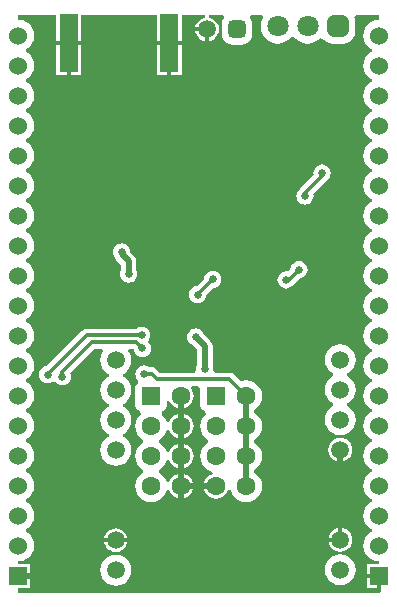
<source format=gbl>
G04 Layer_Physical_Order=2*
G04 Layer_Color=16711680*
%FSAX24Y24*%
%MOIN*%
G70*
G01*
G75*
%ADD16R,0.0630X0.1929*%
%ADD26C,0.0197*%
%ADD27C,0.0118*%
%ADD28C,0.0079*%
%ADD33C,0.0591*%
%ADD34C,0.0709*%
G04:AMPARAMS|DCode=35|XSize=70.9mil|YSize=70.9mil|CornerRadius=17.7mil|HoleSize=0mil|Usage=FLASHONLY|Rotation=180.000|XOffset=0mil|YOffset=0mil|HoleType=Round|Shape=RoundedRectangle|*
%AMROUNDEDRECTD35*
21,1,0.0709,0.0354,0,0,180.0*
21,1,0.0354,0.0709,0,0,180.0*
1,1,0.0354,-0.0177,0.0177*
1,1,0.0354,0.0177,0.0177*
1,1,0.0354,0.0177,-0.0177*
1,1,0.0354,-0.0177,-0.0177*
%
%ADD35ROUNDEDRECTD35*%
G04:AMPARAMS|DCode=36|XSize=59.1mil|YSize=59.1mil|CornerRadius=14.8mil|HoleSize=0mil|Usage=FLASHONLY|Rotation=180.000|XOffset=0mil|YOffset=0mil|HoleType=Round|Shape=RoundedRectangle|*
%AMROUNDEDRECTD36*
21,1,0.0591,0.0295,0,0,180.0*
21,1,0.0295,0.0591,0,0,180.0*
1,1,0.0295,-0.0148,0.0148*
1,1,0.0295,0.0148,0.0148*
1,1,0.0295,0.0148,-0.0148*
1,1,0.0295,-0.0148,-0.0148*
%
%ADD36ROUNDEDRECTD36*%
%ADD37C,0.0630*%
G04:AMPARAMS|DCode=38|XSize=63mil|YSize=63mil|CornerRadius=7.9mil|HoleSize=0mil|Usage=FLASHONLY|Rotation=270.000|XOffset=0mil|YOffset=0mil|HoleType=Round|Shape=RoundedRectangle|*
%AMROUNDEDRECTD38*
21,1,0.0630,0.0472,0,0,270.0*
21,1,0.0472,0.0630,0,0,270.0*
1,1,0.0157,-0.0236,-0.0236*
1,1,0.0157,-0.0236,0.0236*
1,1,0.0157,0.0236,0.0236*
1,1,0.0157,0.0236,-0.0236*
%
%ADD38ROUNDEDRECTD38*%
%ADD39C,0.0600*%
%ADD40R,0.0600X0.0600*%
%ADD41C,0.0256*%
G36*
X044010Y047040D02*
X044094Y047023D01*
X044959D01*
Y045018D01*
X045789D01*
Y047023D01*
X046563D01*
X046568Y046945D01*
X046535Y046940D01*
X046438Y046900D01*
X046356Y046837D01*
X046293Y046754D01*
X046253Y046658D01*
X046239Y046555D01*
X046253Y046452D01*
X046293Y046356D01*
X046356Y046273D01*
X046438Y046210D01*
X046535Y046170D01*
X046638Y046156D01*
X046741Y046170D01*
X046837Y046210D01*
X046920Y046273D01*
X046983Y046356D01*
X047023Y046452D01*
X047036Y046555D01*
X047023Y046658D01*
X046983Y046754D01*
X046920Y046837D01*
X046837Y046900D01*
X046741Y046940D01*
X046708Y046945D01*
X046713Y047023D01*
X047182D01*
X047197Y047005D01*
X047217Y046945D01*
X047172Y046886D01*
X047135Y046798D01*
X047123Y046703D01*
Y046407D01*
X047135Y046312D01*
X047172Y046224D01*
X047230Y046148D01*
X047306Y046089D01*
X047395Y046053D01*
X047490Y046040D01*
X047785D01*
X047881Y046053D01*
X047969Y046089D01*
X048045Y046148D01*
X048104Y046224D01*
X048140Y046312D01*
X048153Y046407D01*
Y046703D01*
X048140Y046798D01*
X048104Y046886D01*
X048059Y046945D01*
X048079Y047005D01*
X048094Y047023D01*
X048475D01*
X048510Y046953D01*
X048501Y046941D01*
X048444Y046803D01*
X048424Y046654D01*
X048444Y046505D01*
X048501Y046366D01*
X048593Y046246D01*
X048712Y046155D01*
X048851Y046097D01*
X049000Y046078D01*
X049149Y046097D01*
X049288Y046155D01*
X049407Y046246D01*
X049450Y046303D01*
X049550D01*
X049593Y046246D01*
X049712Y046155D01*
X049851Y046097D01*
X050000Y046078D01*
X050149Y046097D01*
X050288Y046155D01*
X050407Y046246D01*
X050411Y046251D01*
X050505Y046244D01*
X050542Y046196D01*
X050624Y046132D01*
X050720Y046093D01*
X050823Y046079D01*
X051177D01*
X051280Y046093D01*
X051376Y046132D01*
X051458Y046196D01*
X051521Y046278D01*
X051561Y046374D01*
X051574Y046476D01*
Y046831D01*
X051561Y046933D01*
X051551Y046958D01*
X051594Y047023D01*
X052362D01*
Y046867D01*
X052227Y046850D01*
X052102Y046798D01*
X051994Y046715D01*
X051911Y046607D01*
X051859Y046481D01*
X051841Y046346D01*
X051859Y046212D01*
X051911Y046086D01*
X051994Y045978D01*
X052102Y045895D01*
X052124Y045886D01*
Y045807D01*
X052102Y045798D01*
X051994Y045715D01*
X051911Y045607D01*
X051859Y045481D01*
X051841Y045346D01*
X051859Y045212D01*
X051911Y045086D01*
X051994Y044978D01*
X052102Y044895D01*
X052124Y044886D01*
Y044807D01*
X052102Y044798D01*
X051994Y044715D01*
X051911Y044607D01*
X051859Y044481D01*
X051841Y044346D01*
X051859Y044212D01*
X051911Y044086D01*
X051994Y043978D01*
X052102Y043895D01*
X052124Y043886D01*
Y043807D01*
X052102Y043798D01*
X051994Y043715D01*
X051911Y043607D01*
X051859Y043481D01*
X051841Y043346D01*
X051859Y043212D01*
X051911Y043086D01*
X051994Y042978D01*
X052102Y042895D01*
X052124Y042886D01*
Y042807D01*
X052102Y042798D01*
X051994Y042715D01*
X051911Y042607D01*
X051859Y042481D01*
X051841Y042346D01*
X051859Y042212D01*
X051911Y042086D01*
X051994Y041978D01*
X052102Y041895D01*
X052124Y041886D01*
Y041807D01*
X052102Y041798D01*
X051994Y041715D01*
X051911Y041607D01*
X051859Y041481D01*
X051841Y041346D01*
X051859Y041212D01*
X051911Y041086D01*
X051994Y040978D01*
X052102Y040895D01*
X052124Y040886D01*
Y040807D01*
X052102Y040798D01*
X051994Y040715D01*
X051911Y040607D01*
X051859Y040481D01*
X051841Y040346D01*
X051859Y040212D01*
X051911Y040086D01*
X051994Y039978D01*
X052102Y039895D01*
X052124Y039886D01*
Y039807D01*
X052102Y039798D01*
X051994Y039715D01*
X051911Y039607D01*
X051859Y039481D01*
X051841Y039346D01*
X051859Y039212D01*
X051911Y039086D01*
X051994Y038978D01*
X052102Y038895D01*
X052124Y038886D01*
Y038807D01*
X052102Y038798D01*
X051994Y038715D01*
X051911Y038607D01*
X051859Y038481D01*
X051841Y038346D01*
X051859Y038212D01*
X051911Y038086D01*
X051994Y037978D01*
X052102Y037895D01*
X052124Y037886D01*
Y037807D01*
X052102Y037798D01*
X051994Y037715D01*
X051911Y037607D01*
X051859Y037481D01*
X051841Y037346D01*
X051859Y037212D01*
X051911Y037086D01*
X051994Y036978D01*
X052102Y036895D01*
X052124Y036886D01*
Y036807D01*
X052102Y036798D01*
X051994Y036715D01*
X051911Y036607D01*
X051859Y036481D01*
X051841Y036346D01*
X051859Y036212D01*
X051911Y036086D01*
X051994Y035978D01*
X052102Y035895D01*
X052124Y035886D01*
Y035807D01*
X052102Y035798D01*
X051994Y035715D01*
X051911Y035607D01*
X051859Y035481D01*
X051841Y035346D01*
X051859Y035212D01*
X051911Y035086D01*
X051994Y034978D01*
X052102Y034895D01*
X052124Y034886D01*
Y034807D01*
X052102Y034798D01*
X051994Y034715D01*
X051911Y034607D01*
X051859Y034481D01*
X051841Y034346D01*
X051859Y034212D01*
X051911Y034086D01*
X051994Y033978D01*
X052102Y033895D01*
X052124Y033886D01*
Y033807D01*
X052102Y033798D01*
X051994Y033715D01*
X051911Y033607D01*
X051859Y033481D01*
X051841Y033346D01*
X051859Y033212D01*
X051911Y033086D01*
X051994Y032978D01*
X052102Y032895D01*
X052124Y032886D01*
Y032807D01*
X052102Y032798D01*
X051994Y032715D01*
X051911Y032607D01*
X051859Y032481D01*
X051841Y032346D01*
X051859Y032212D01*
X051911Y032086D01*
X051994Y031978D01*
X052102Y031895D01*
X052124Y031886D01*
Y031807D01*
X052102Y031798D01*
X051994Y031715D01*
X051911Y031607D01*
X051859Y031481D01*
X051841Y031346D01*
X051859Y031212D01*
X051911Y031086D01*
X051994Y030978D01*
X052102Y030895D01*
X052124Y030886D01*
Y030807D01*
X052102Y030798D01*
X051994Y030715D01*
X051911Y030607D01*
X051859Y030481D01*
X051841Y030346D01*
X051859Y030212D01*
X051911Y030086D01*
X051994Y029978D01*
X052102Y029895D01*
X052124Y029886D01*
Y029807D01*
X052102Y029798D01*
X051994Y029715D01*
X051911Y029607D01*
X051859Y029481D01*
X051841Y029346D01*
X051859Y029212D01*
X051911Y029086D01*
X051994Y028978D01*
X052102Y028895D01*
X052227Y028843D01*
X052362Y028825D01*
Y028746D01*
X051962D01*
Y027946D01*
X052362D01*
Y027780D01*
X040354D01*
Y027946D01*
X040754D01*
Y028746D01*
X040354D01*
Y028825D01*
X040489Y028843D01*
X040615Y028895D01*
X040723Y028978D01*
X040806Y029086D01*
X040858Y029212D01*
X040875Y029346D01*
X040858Y029481D01*
X040806Y029607D01*
X040723Y029715D01*
X040615Y029798D01*
X040592Y029807D01*
Y029886D01*
X040615Y029895D01*
X040723Y029978D01*
X040806Y030086D01*
X040858Y030212D01*
X040875Y030346D01*
X040858Y030481D01*
X040806Y030607D01*
X040723Y030715D01*
X040615Y030798D01*
X040592Y030807D01*
Y030886D01*
X040615Y030895D01*
X040723Y030978D01*
X040806Y031086D01*
X040858Y031212D01*
X040875Y031346D01*
X040858Y031481D01*
X040806Y031607D01*
X040723Y031715D01*
X040615Y031798D01*
X040592Y031807D01*
Y031886D01*
X040615Y031895D01*
X040723Y031978D01*
X040806Y032086D01*
X040858Y032212D01*
X040875Y032346D01*
X040858Y032481D01*
X040806Y032607D01*
X040723Y032715D01*
X040615Y032798D01*
X040592Y032807D01*
Y032886D01*
X040615Y032895D01*
X040723Y032978D01*
X040806Y033086D01*
X040858Y033212D01*
X040875Y033346D01*
X040858Y033481D01*
X040806Y033607D01*
X040723Y033715D01*
X040615Y033798D01*
X040592Y033807D01*
Y033886D01*
X040615Y033895D01*
X040723Y033978D01*
X040806Y034086D01*
X040858Y034212D01*
X040875Y034346D01*
X040858Y034481D01*
X040806Y034607D01*
X040723Y034715D01*
X040615Y034798D01*
X040592Y034807D01*
Y034886D01*
X040615Y034895D01*
X040723Y034978D01*
X040806Y035086D01*
X040858Y035212D01*
X040875Y035346D01*
X040858Y035481D01*
X040806Y035607D01*
X040723Y035715D01*
X040615Y035798D01*
X040592Y035807D01*
Y035886D01*
X040615Y035895D01*
X040723Y035978D01*
X040806Y036086D01*
X040858Y036212D01*
X040875Y036346D01*
X040858Y036481D01*
X040806Y036607D01*
X040723Y036715D01*
X040615Y036798D01*
X040592Y036807D01*
Y036886D01*
X040615Y036895D01*
X040723Y036978D01*
X040806Y037086D01*
X040858Y037212D01*
X040875Y037346D01*
X040858Y037481D01*
X040806Y037607D01*
X040723Y037715D01*
X040615Y037798D01*
X040592Y037807D01*
Y037886D01*
X040615Y037895D01*
X040723Y037978D01*
X040806Y038086D01*
X040858Y038212D01*
X040875Y038346D01*
X040858Y038481D01*
X040806Y038607D01*
X040723Y038715D01*
X040615Y038798D01*
X040592Y038807D01*
Y038886D01*
X040615Y038895D01*
X040723Y038978D01*
X040806Y039086D01*
X040858Y039212D01*
X040875Y039346D01*
X040858Y039481D01*
X040806Y039607D01*
X040723Y039715D01*
X040615Y039798D01*
X040592Y039807D01*
Y039886D01*
X040615Y039895D01*
X040723Y039978D01*
X040806Y040086D01*
X040858Y040212D01*
X040875Y040346D01*
X040858Y040481D01*
X040806Y040607D01*
X040723Y040715D01*
X040615Y040798D01*
X040592Y040807D01*
Y040886D01*
X040615Y040895D01*
X040723Y040978D01*
X040806Y041086D01*
X040858Y041212D01*
X040875Y041346D01*
X040858Y041481D01*
X040806Y041607D01*
X040723Y041715D01*
X040615Y041798D01*
X040592Y041807D01*
Y041886D01*
X040615Y041895D01*
X040723Y041978D01*
X040806Y042086D01*
X040858Y042212D01*
X040875Y042346D01*
X040858Y042481D01*
X040806Y042607D01*
X040723Y042715D01*
X040615Y042798D01*
X040592Y042807D01*
Y042886D01*
X040615Y042895D01*
X040723Y042978D01*
X040806Y043086D01*
X040858Y043212D01*
X040875Y043346D01*
X040858Y043481D01*
X040806Y043607D01*
X040723Y043715D01*
X040615Y043798D01*
X040592Y043807D01*
Y043886D01*
X040615Y043895D01*
X040723Y043978D01*
X040806Y044086D01*
X040858Y044212D01*
X040875Y044346D01*
X040858Y044481D01*
X040806Y044607D01*
X040723Y044715D01*
X040615Y044798D01*
X040592Y044807D01*
Y044886D01*
X040615Y044895D01*
X040723Y044978D01*
X040806Y045086D01*
X040858Y045212D01*
X040875Y045346D01*
X040858Y045481D01*
X040806Y045607D01*
X040723Y045715D01*
X040615Y045798D01*
X040592Y045807D01*
Y045886D01*
X040615Y045895D01*
X040723Y045978D01*
X040806Y046086D01*
X040858Y046212D01*
X040875Y046346D01*
X040858Y046481D01*
X040806Y046607D01*
X040723Y046715D01*
X040615Y046798D01*
X040489Y046850D01*
X040354Y046867D01*
Y047023D01*
X041613D01*
Y045018D01*
X042443D01*
Y047023D01*
X043307D01*
X043392Y047040D01*
X043402Y047047D01*
X043999D01*
X044010Y047040D01*
D02*
G37*
%LPC*%
G36*
X051083Y029942D02*
X050979Y029928D01*
X050883Y029889D01*
X050801Y029825D01*
X050737Y029743D01*
X050698Y029646D01*
X050684Y029543D01*
X050698Y029440D01*
X050737Y029344D01*
X050801Y029261D01*
X050883Y029198D01*
X050979Y029158D01*
X051083Y029145D01*
X051186Y029158D01*
X051282Y029198D01*
X051365Y029261D01*
X051428Y029344D01*
X051468Y029440D01*
X051481Y029543D01*
X051468Y029646D01*
X051428Y029743D01*
X051365Y029825D01*
X051282Y029889D01*
X051186Y029928D01*
X051083Y029942D01*
D02*
G37*
G36*
Y032942D02*
X050979Y032928D01*
X050883Y032889D01*
X050801Y032825D01*
X050737Y032743D01*
X050698Y032646D01*
X050684Y032543D01*
X050698Y032440D01*
X050737Y032344D01*
X050801Y032261D01*
X050883Y032198D01*
X050979Y032158D01*
X051083Y032145D01*
X051186Y032158D01*
X051282Y032198D01*
X051365Y032261D01*
X051428Y032344D01*
X051468Y032440D01*
X051481Y032543D01*
X051468Y032646D01*
X051428Y032743D01*
X051365Y032825D01*
X051282Y032889D01*
X051186Y032928D01*
X051083Y032942D01*
D02*
G37*
G36*
Y036060D02*
X050949Y036042D01*
X050825Y035990D01*
X050718Y035908D01*
X050636Y035801D01*
X050584Y035677D01*
X050566Y035543D01*
X050584Y035410D01*
X050636Y035285D01*
X050718Y035178D01*
X050825Y035096D01*
X050849Y035086D01*
Y035001D01*
X050825Y034990D01*
X050718Y034908D01*
X050636Y034801D01*
X050584Y034677D01*
X050566Y034543D01*
X050584Y034410D01*
X050636Y034285D01*
X050718Y034178D01*
X050825Y034096D01*
X050849Y034086D01*
Y034001D01*
X050825Y033990D01*
X050718Y033908D01*
X050636Y033801D01*
X050584Y033677D01*
X050566Y033543D01*
X050584Y033410D01*
X050636Y033285D01*
X050718Y033178D01*
X050825Y033096D01*
X050949Y033045D01*
X051083Y033027D01*
X051216Y033045D01*
X051341Y033096D01*
X051448Y033178D01*
X051530Y033285D01*
X051581Y033410D01*
X051599Y033543D01*
X051581Y033677D01*
X051530Y033801D01*
X051448Y033908D01*
X051341Y033990D01*
X051316Y034001D01*
Y034086D01*
X051341Y034096D01*
X051448Y034178D01*
X051530Y034285D01*
X051581Y034410D01*
X051599Y034543D01*
X051581Y034677D01*
X051530Y034801D01*
X051448Y034908D01*
X051341Y034990D01*
X051316Y035001D01*
Y035086D01*
X051341Y035096D01*
X051448Y035178D01*
X051530Y035285D01*
X051581Y035410D01*
X051599Y035543D01*
X051581Y035677D01*
X051530Y035801D01*
X051448Y035908D01*
X051341Y035990D01*
X051216Y036042D01*
X051083Y036060D01*
D02*
G37*
G36*
X043602Y029044D02*
X043469Y029026D01*
X043344Y028975D01*
X043237Y028893D01*
X043155Y028786D01*
X043104Y028661D01*
X043086Y028528D01*
X043104Y028394D01*
X043155Y028269D01*
X043237Y028163D01*
X043344Y028080D01*
X043469Y028029D01*
X043602Y028011D01*
X043736Y028029D01*
X043860Y028080D01*
X043967Y028163D01*
X044049Y028269D01*
X044101Y028394D01*
X044119Y028528D01*
X044101Y028661D01*
X044049Y028786D01*
X043967Y028893D01*
X043860Y028975D01*
X043736Y029026D01*
X043602Y029044D01*
D02*
G37*
G36*
X051083Y029060D02*
X050949Y029042D01*
X050825Y028990D01*
X050718Y028908D01*
X050636Y028801D01*
X050584Y028677D01*
X050566Y028543D01*
X050584Y028410D01*
X050636Y028285D01*
X050718Y028178D01*
X050825Y028096D01*
X050949Y028045D01*
X051083Y028027D01*
X051216Y028045D01*
X051341Y028096D01*
X051448Y028178D01*
X051530Y028285D01*
X051581Y028410D01*
X051599Y028543D01*
X051581Y028677D01*
X051530Y028801D01*
X051448Y028908D01*
X051341Y028990D01*
X051216Y029042D01*
X051083Y029060D01*
D02*
G37*
G36*
X043602Y029926D02*
X043499Y029913D01*
X043403Y029873D01*
X043320Y029809D01*
X043257Y029727D01*
X043217Y029631D01*
X043204Y029528D01*
X043217Y029424D01*
X043257Y029328D01*
X043320Y029246D01*
X043403Y029182D01*
X043499Y029142D01*
X043602Y029129D01*
X043706Y029142D01*
X043802Y029182D01*
X043884Y029246D01*
X043948Y029328D01*
X043987Y029424D01*
X044001Y029528D01*
X043987Y029631D01*
X043948Y029727D01*
X043884Y029809D01*
X043802Y029873D01*
X043706Y029913D01*
X043602Y029926D01*
D02*
G37*
G36*
X043789Y039422D02*
X043715Y039412D01*
X043645Y039383D01*
X043586Y039337D01*
X043540Y039278D01*
X043511Y039208D01*
X043501Y039134D01*
X043511Y039059D01*
X043540Y038991D01*
X043540Y038988D01*
X043566Y038926D01*
X043607Y038873D01*
X043767Y038712D01*
Y038518D01*
X043748Y038470D01*
X043738Y038396D01*
X043748Y038321D01*
X043776Y038252D01*
X043822Y038192D01*
X043882Y038146D01*
X043951Y038118D01*
X044026Y038108D01*
X044100Y038118D01*
X044170Y038146D01*
X044229Y038192D01*
X044275Y038252D01*
X044304Y038321D01*
X044313Y038396D01*
X044304Y038470D01*
X044284Y038518D01*
Y038819D01*
X044275Y038886D01*
X044249Y038948D01*
X044208Y039001D01*
X044077Y039132D01*
X044077Y039134D01*
X044067Y039208D01*
X044039Y039278D01*
X043993Y039337D01*
X043933Y039383D01*
X043864Y039412D01*
X043789Y039422D01*
D02*
G37*
G36*
X049705Y038831D02*
X049630Y038821D01*
X049561Y038793D01*
X049501Y038747D01*
X049455Y038687D01*
X049427Y038618D01*
X049421Y038571D01*
X049328Y038479D01*
X049272Y038487D01*
X049197Y038477D01*
X049128Y038448D01*
X049068Y038402D01*
X049022Y038343D01*
X048994Y038273D01*
X048984Y038199D01*
X048994Y038124D01*
X049022Y038055D01*
X049068Y037995D01*
X049128Y037949D01*
X049197Y037921D01*
X049272Y037911D01*
X049346Y037921D01*
X049416Y037949D01*
X049475Y037995D01*
X049507Y038036D01*
X049516Y038043D01*
X049733Y038259D01*
X049779Y038265D01*
X049849Y038294D01*
X049908Y038340D01*
X049954Y038399D01*
X049983Y038469D01*
X049993Y038543D01*
X049983Y038618D01*
X049954Y038687D01*
X049908Y038747D01*
X049849Y038793D01*
X049779Y038821D01*
X049705Y038831D01*
D02*
G37*
G36*
X050472Y042050D02*
X050398Y042040D01*
X050328Y042011D01*
X050269Y041965D01*
X050223Y041906D01*
X050194Y041836D01*
X050185Y041762D01*
X050193Y041696D01*
X049745Y041249D01*
X049726Y041219D01*
X049698Y041198D01*
X049652Y041138D01*
X049623Y041069D01*
X049614Y040994D01*
X049623Y040920D01*
X049652Y040850D01*
X049698Y040791D01*
X049758Y040745D01*
X049827Y040716D01*
X049902Y040706D01*
X049976Y040716D01*
X050046Y040745D01*
X050105Y040791D01*
X050151Y040850D01*
X050180Y040920D01*
X050189Y040994D01*
X050181Y041060D01*
X050629Y041507D01*
X050648Y041537D01*
X050676Y041558D01*
X050722Y041618D01*
X050751Y041687D01*
X050760Y041762D01*
X050751Y041836D01*
X050722Y041906D01*
X050676Y041965D01*
X050616Y042011D01*
X050547Y042040D01*
X050472Y042050D01*
D02*
G37*
G36*
X046260Y036587D02*
X046185Y036577D01*
X046116Y036549D01*
X046056Y036503D01*
X046011Y036443D01*
X045982Y036374D01*
X045972Y036299D01*
X045982Y036225D01*
X046011Y036155D01*
X046056Y036096D01*
X046116Y036050D01*
X046164Y036030D01*
X046307Y035887D01*
Y035369D01*
X046287Y035321D01*
X046277Y035246D01*
X046284Y035191D01*
X046237Y035113D01*
X045072D01*
X044949Y035235D01*
X044878Y035283D01*
X044793Y035300D01*
X044744Y035290D01*
X044719D01*
X044681Y035318D01*
X044612Y035347D01*
X044537Y035357D01*
X044463Y035347D01*
X044393Y035318D01*
X044334Y035272D01*
X044288Y035213D01*
X044259Y035143D01*
X044250Y035069D01*
X044259Y034994D01*
X044288Y034925D01*
X044329Y034871D01*
X044334Y034862D01*
X044329Y034772D01*
X044281Y034710D01*
X044252Y034638D01*
X044242Y034561D01*
Y034089D01*
X044252Y034011D01*
X044281Y033940D01*
X044329Y033878D01*
X044390Y033831D01*
X044418Y033819D01*
X044430Y033729D01*
X044397Y033704D01*
X044311Y033593D01*
X044258Y033464D01*
X044240Y033325D01*
X044258Y033186D01*
X044311Y033057D01*
X044397Y032946D01*
X044496Y032869D01*
X044502Y032825D01*
X044496Y032780D01*
X044397Y032704D01*
X044311Y032593D01*
X044258Y032464D01*
X044240Y032325D01*
X044258Y032186D01*
X044311Y032057D01*
X044397Y031946D01*
X044496Y031869D01*
X044502Y031825D01*
X044496Y031780D01*
X044397Y031704D01*
X044311Y031593D01*
X044258Y031464D01*
X044240Y031325D01*
X044258Y031186D01*
X044311Y031057D01*
X044397Y030946D01*
X044508Y030861D01*
X044637Y030807D01*
X044776Y030789D01*
X044914Y030807D01*
X045044Y030861D01*
X045155Y030946D01*
X045240Y031057D01*
X045293Y031186D01*
X045369Y031208D01*
X045375Y031206D01*
X045413Y031116D01*
X045480Y031029D01*
X045566Y030962D01*
X045667Y030921D01*
X045776Y030906D01*
X045884Y030921D01*
X045985Y030962D01*
X046072Y031029D01*
X046138Y031116D01*
X046180Y031216D01*
X046194Y031325D01*
X046180Y031433D01*
X046138Y031534D01*
X046072Y031621D01*
X045985Y031687D01*
X045884Y031729D01*
X045776Y031743D01*
X045667Y031729D01*
X045566Y031687D01*
X045480Y031621D01*
X045413Y031534D01*
X045375Y031443D01*
X045369Y031442D01*
X045293Y031464D01*
X045240Y031593D01*
X045155Y031704D01*
X045055Y031780D01*
X045049Y031825D01*
X045055Y031869D01*
X045155Y031946D01*
X045240Y032057D01*
X045293Y032186D01*
X045369Y032208D01*
X045375Y032206D01*
X045413Y032116D01*
X045480Y032029D01*
X045566Y031962D01*
X045667Y031921D01*
X045776Y031906D01*
X045884Y031921D01*
X045985Y031962D01*
X046072Y032029D01*
X046138Y032116D01*
X046180Y032216D01*
X046194Y032325D01*
X046180Y032433D01*
X046138Y032534D01*
X046072Y032621D01*
X045985Y032687D01*
X045884Y032729D01*
X045776Y032743D01*
X045667Y032729D01*
X045566Y032687D01*
X045480Y032621D01*
X045413Y032534D01*
X045375Y032443D01*
X045369Y032442D01*
X045293Y032464D01*
X045240Y032593D01*
X045155Y032704D01*
X045055Y032780D01*
X045049Y032825D01*
X045055Y032869D01*
X045155Y032946D01*
X045240Y033057D01*
X045293Y033186D01*
X045369Y033208D01*
X045375Y033206D01*
X045413Y033116D01*
X045480Y033029D01*
X045566Y032962D01*
X045667Y032921D01*
X045776Y032906D01*
X045884Y032921D01*
X045985Y032962D01*
X046072Y033029D01*
X046138Y033116D01*
X046180Y033216D01*
X046194Y033325D01*
X046180Y033433D01*
X046138Y033534D01*
X046072Y033621D01*
X045985Y033687D01*
X045884Y033729D01*
X045776Y033743D01*
X045667Y033729D01*
X045566Y033687D01*
X045480Y033621D01*
X045413Y033534D01*
X045375Y033443D01*
X045369Y033442D01*
X045293Y033464D01*
X045240Y033593D01*
X045155Y033704D01*
X045122Y033729D01*
X045133Y033819D01*
X045161Y033831D01*
X045222Y033878D01*
X045270Y033940D01*
X045299Y034011D01*
X045310Y034089D01*
Y034160D01*
X045388Y034175D01*
X045413Y034116D01*
X045480Y034029D01*
X045566Y033962D01*
X045667Y033921D01*
X045776Y033906D01*
X045884Y033921D01*
X045985Y033962D01*
X046072Y034029D01*
X046138Y034116D01*
X046180Y034216D01*
X046194Y034325D01*
X046180Y034433D01*
X046138Y034534D01*
X046093Y034592D01*
X046130Y034671D01*
X046352D01*
X046411Y034592D01*
X046407Y034561D01*
Y034089D01*
X046417Y034011D01*
X046447Y033940D01*
X046494Y033878D01*
X046556Y033831D01*
X046583Y033819D01*
X046595Y033729D01*
X046562Y033704D01*
X046477Y033593D01*
X046423Y033464D01*
X046405Y033325D01*
X046423Y033186D01*
X046477Y033057D01*
X046562Y032946D01*
X046661Y032869D01*
X046668Y032825D01*
X046661Y032780D01*
X046562Y032704D01*
X046477Y032593D01*
X046423Y032464D01*
X046405Y032325D01*
X046423Y032186D01*
X046477Y032057D01*
X046562Y031946D01*
X046673Y031861D01*
X046802Y031807D01*
X046824Y031731D01*
X046823Y031725D01*
X046732Y031687D01*
X046645Y031621D01*
X046578Y031534D01*
X046537Y031433D01*
X046522Y031325D01*
X046537Y031216D01*
X046578Y031116D01*
X046645Y031029D01*
X046732Y030962D01*
X046833Y030921D01*
X046941Y030906D01*
X047049Y030921D01*
X047150Y030962D01*
X047237Y031029D01*
X047303Y031116D01*
X047341Y031206D01*
X047347Y031208D01*
X047423Y031186D01*
X047477Y031057D01*
X047562Y030946D01*
X047673Y030861D01*
X047802Y030807D01*
X047941Y030789D01*
X048080Y030807D01*
X048209Y030861D01*
X048320Y030946D01*
X048405Y031057D01*
X048459Y031186D01*
X048477Y031325D01*
X048459Y031464D01*
X048405Y031593D01*
X048320Y031704D01*
X048216Y031784D01*
X048213Y031820D01*
Y031830D01*
X048216Y031866D01*
X048320Y031946D01*
X048405Y032057D01*
X048459Y032186D01*
X048477Y032325D01*
X048459Y032464D01*
X048405Y032593D01*
X048320Y032704D01*
X048216Y032784D01*
X048213Y032820D01*
Y032830D01*
X048216Y032866D01*
X048320Y032946D01*
X048405Y033057D01*
X048459Y033186D01*
X048477Y033325D01*
X048459Y033464D01*
X048405Y033593D01*
X048320Y033704D01*
X048216Y033784D01*
X048213Y033820D01*
Y033830D01*
X048216Y033866D01*
X048320Y033946D01*
X048405Y034057D01*
X048459Y034186D01*
X048477Y034325D01*
X048459Y034464D01*
X048405Y034593D01*
X048320Y034704D01*
X048209Y034789D01*
X048080Y034843D01*
X047941Y034861D01*
X047802Y034843D01*
X047755Y034823D01*
X047530Y035048D01*
X047459Y035096D01*
X047374Y035113D01*
X046893D01*
X046846Y035191D01*
X046853Y035246D01*
X046843Y035321D01*
X046823Y035369D01*
Y035994D01*
X046814Y036061D01*
X046788Y036123D01*
X046747Y036177D01*
X046529Y036395D01*
X046509Y036443D01*
X046463Y036503D01*
X046404Y036549D01*
X046334Y036577D01*
X046260Y036587D01*
D02*
G37*
G36*
X044459Y036646D02*
X044384Y036636D01*
X044315Y036608D01*
X044278Y036579D01*
X042628D01*
X042543Y036562D01*
X042472Y036514D01*
X041278Y035321D01*
X041254Y035317D01*
X041185Y035289D01*
X041125Y035243D01*
X041079Y035183D01*
X041051Y035114D01*
X041041Y035039D01*
X041051Y034965D01*
X041079Y034895D01*
X041125Y034836D01*
X041185Y034790D01*
X041254Y034761D01*
X041329Y034751D01*
X041403Y034761D01*
X041473Y034790D01*
X041498Y034809D01*
X041547Y034827D01*
X041602Y034797D01*
X041617Y034777D01*
X041677Y034731D01*
X041746Y034702D01*
X041821Y034692D01*
X041895Y034702D01*
X041965Y034731D01*
X042024Y034777D01*
X042070Y034836D01*
X042099Y034906D01*
X042109Y034980D01*
X042099Y035055D01*
X042085Y035089D01*
X042906Y035911D01*
X043152D01*
X043191Y035832D01*
X043155Y035786D01*
X043104Y035661D01*
X043086Y035528D01*
X043104Y035394D01*
X043155Y035269D01*
X043237Y035163D01*
X043344Y035080D01*
X043369Y035070D01*
Y034985D01*
X043344Y034975D01*
X043237Y034893D01*
X043155Y034786D01*
X043104Y034661D01*
X043086Y034528D01*
X043104Y034394D01*
X043155Y034269D01*
X043237Y034163D01*
X043344Y034080D01*
X043369Y034070D01*
Y033985D01*
X043344Y033975D01*
X043237Y033893D01*
X043155Y033786D01*
X043104Y033661D01*
X043086Y033528D01*
X043104Y033394D01*
X043155Y033269D01*
X043237Y033163D01*
X043344Y033080D01*
X043369Y033070D01*
Y032985D01*
X043344Y032975D01*
X043237Y032893D01*
X043155Y032786D01*
X043104Y032661D01*
X043086Y032528D01*
X043104Y032394D01*
X043155Y032269D01*
X043237Y032163D01*
X043344Y032080D01*
X043469Y032029D01*
X043602Y032011D01*
X043736Y032029D01*
X043860Y032080D01*
X043967Y032163D01*
X044049Y032269D01*
X044101Y032394D01*
X044119Y032528D01*
X044101Y032661D01*
X044049Y032786D01*
X043967Y032893D01*
X043860Y032975D01*
X043836Y032985D01*
Y033070D01*
X043860Y033080D01*
X043967Y033163D01*
X044049Y033269D01*
X044101Y033394D01*
X044119Y033528D01*
X044101Y033661D01*
X044049Y033786D01*
X043967Y033893D01*
X043860Y033975D01*
X043836Y033985D01*
Y034070D01*
X043860Y034080D01*
X043967Y034163D01*
X044049Y034269D01*
X044101Y034394D01*
X044119Y034528D01*
X044101Y034661D01*
X044049Y034786D01*
X043967Y034893D01*
X043860Y034975D01*
X043836Y034985D01*
Y035070D01*
X043860Y035080D01*
X043967Y035163D01*
X044049Y035269D01*
X044101Y035394D01*
X044119Y035528D01*
X044101Y035661D01*
X044049Y035786D01*
X044014Y035832D01*
X044052Y035911D01*
X044170D01*
X044194Y035887D01*
X044200Y035841D01*
X044229Y035771D01*
X044275Y035712D01*
X044334Y035666D01*
X044404Y035637D01*
X044478Y035627D01*
X044553Y035637D01*
X044622Y035666D01*
X044682Y035712D01*
X044728Y035771D01*
X044756Y035841D01*
X044766Y035915D01*
X044756Y035990D01*
X044728Y036059D01*
X044705Y036088D01*
X044683Y036123D01*
X044700Y036204D01*
X044708Y036214D01*
X044737Y036284D01*
X044747Y036358D01*
X044737Y036433D01*
X044708Y036502D01*
X044662Y036562D01*
X044603Y036608D01*
X044533Y036636D01*
X044459Y036646D01*
D02*
G37*
G36*
X046831Y038506D02*
X046756Y038497D01*
X046687Y038468D01*
X046627Y038422D01*
X046581Y038362D01*
X046553Y038293D01*
X046547Y038247D01*
X046289Y037989D01*
X046254Y037985D01*
X046185Y037956D01*
X046125Y037910D01*
X046079Y037851D01*
X046051Y037781D01*
X046041Y037707D01*
X046051Y037632D01*
X046079Y037563D01*
X046125Y037503D01*
X046185Y037457D01*
X046254Y037429D01*
X046329Y037419D01*
X046403Y037429D01*
X046473Y037457D01*
X046532Y037503D01*
X046578Y037563D01*
X046607Y037632D01*
X046614Y037690D01*
X046859Y037934D01*
X046905Y037940D01*
X046975Y037969D01*
X047034Y038015D01*
X047080Y038075D01*
X047109Y038144D01*
X047119Y038219D01*
X047109Y038293D01*
X047080Y038362D01*
X047034Y038422D01*
X046975Y038468D01*
X046905Y038497D01*
X046831Y038506D01*
D02*
G37*
%LPD*%
D16*
X045374Y046083D02*
D03*
X042028D02*
D03*
D26*
X040354Y028346D02*
X041437D01*
X047941Y031325D02*
Y032325D01*
Y033325D01*
Y034325D01*
X051083Y031575D02*
Y032543D01*
X045776Y031325D02*
X046941D01*
X044026Y038396D02*
Y038819D01*
X046565Y035246D02*
Y035994D01*
X046260Y036299D02*
X046565Y035994D01*
X043789Y039055D02*
X044026Y038819D01*
X043789Y039055D02*
Y039134D01*
X045776Y030608D02*
Y031325D01*
Y032325D01*
Y033325D01*
Y034325D01*
D27*
X052362Y027844D02*
Y028346D01*
X051742D02*
X052362D01*
X051083Y029543D02*
Y030325D01*
X050417Y029543D02*
X051083D01*
X043602Y029528D02*
X044262D01*
X043002D02*
X043602D01*
X044783Y035069D02*
X044793Y035079D01*
X044537Y035069D02*
X044783D01*
X046329Y037717D02*
X046831Y038219D01*
X046329Y037707D02*
Y037717D01*
X049902Y040994D02*
Y041093D01*
X050472Y041663D01*
Y041762D01*
X049360Y038199D02*
X049705Y038543D01*
X049272Y038199D02*
X049360D01*
X044793Y035079D02*
X044980Y034892D01*
X047374D01*
X047941Y034325D01*
X046638Y045909D02*
Y046555D01*
X046024D02*
X046638D01*
X045374Y046083D02*
X046132D01*
X044547D02*
X045374D01*
Y044508D02*
Y046083D01*
X042028Y044626D02*
Y046083D01*
X041319D02*
X042028D01*
X042717D01*
X044262Y036132D02*
X044478Y035915D01*
X042628Y036358D02*
X044459D01*
X041329Y035059D02*
X042628Y036358D01*
X041821Y034980D02*
Y035138D01*
X042815Y036132D01*
X044262D01*
D28*
X041329Y035039D02*
Y035059D01*
D33*
X043602Y028528D02*
D03*
Y029528D02*
D03*
Y032528D02*
D03*
Y033528D02*
D03*
Y034528D02*
D03*
Y035528D02*
D03*
X046638Y046555D02*
D03*
X051083Y028543D02*
D03*
Y029543D02*
D03*
Y032543D02*
D03*
Y033543D02*
D03*
Y034543D02*
D03*
Y035543D02*
D03*
D34*
X049000Y046654D02*
D03*
X050000D02*
D03*
D35*
X051000D02*
D03*
D36*
X047638Y046555D02*
D03*
D37*
X047941Y031325D02*
D03*
X046941D02*
D03*
X047941Y032325D02*
D03*
X046941D02*
D03*
X047941Y033325D02*
D03*
X046941D02*
D03*
X047941Y034325D02*
D03*
X045776Y031325D02*
D03*
X044776D02*
D03*
X045776Y032325D02*
D03*
X044776D02*
D03*
X045776Y033325D02*
D03*
X044776D02*
D03*
X045776Y034325D02*
D03*
D38*
X046941D02*
D03*
X044776D02*
D03*
D39*
X040354Y046346D02*
D03*
Y045346D02*
D03*
Y044346D02*
D03*
Y043346D02*
D03*
Y042346D02*
D03*
Y041346D02*
D03*
Y040346D02*
D03*
Y039346D02*
D03*
Y038346D02*
D03*
Y037346D02*
D03*
Y036346D02*
D03*
Y035346D02*
D03*
Y034346D02*
D03*
Y033346D02*
D03*
Y032346D02*
D03*
Y031346D02*
D03*
Y030346D02*
D03*
Y029346D02*
D03*
X052362Y046346D02*
D03*
Y045346D02*
D03*
Y044346D02*
D03*
Y043346D02*
D03*
Y042346D02*
D03*
Y041346D02*
D03*
Y040346D02*
D03*
Y039346D02*
D03*
Y038346D02*
D03*
Y037346D02*
D03*
Y036346D02*
D03*
Y035346D02*
D03*
Y034346D02*
D03*
Y033346D02*
D03*
Y032346D02*
D03*
Y031346D02*
D03*
Y030346D02*
D03*
Y029346D02*
D03*
D40*
X040354Y028346D02*
D03*
X052362D02*
D03*
D41*
X047589Y037232D02*
D03*
Y036681D02*
D03*
X047037D02*
D03*
Y037232D02*
D03*
X050561Y040008D02*
D03*
Y039457D02*
D03*
X050010D02*
D03*
Y040008D02*
D03*
X047667Y044331D02*
D03*
X042461Y033268D02*
D03*
X046762Y030738D02*
D03*
X048730Y028986D02*
D03*
X042451Y029154D02*
D03*
X041821Y044006D02*
D03*
X041417Y042844D02*
D03*
X043465Y040167D02*
D03*
X044026Y038396D02*
D03*
X047313Y035778D02*
D03*
X046565Y035246D02*
D03*
X046260Y036299D02*
D03*
X044537Y035069D02*
D03*
X048472Y036642D02*
D03*
X048474Y037274D02*
D03*
X050472Y041762D02*
D03*
X046831Y038219D02*
D03*
X046329Y037707D02*
D03*
X049902Y040994D02*
D03*
X051437Y040049D02*
D03*
X051427Y039734D02*
D03*
X051457Y039419D02*
D03*
X049705Y038543D02*
D03*
X049272Y038199D02*
D03*
X049167Y043085D02*
D03*
X048167Y043089D02*
D03*
X044567Y037717D02*
D03*
X050285Y038553D02*
D03*
X043789Y039134D02*
D03*
X047441Y041132D02*
D03*
X047657Y039449D02*
D03*
X051191Y038041D02*
D03*
X050217Y037943D02*
D03*
X044478Y035915D02*
D03*
X041821Y034980D02*
D03*
X044459Y036358D02*
D03*
X041329Y035039D02*
D03*
X041585Y028445D02*
D03*
X049587Y028110D02*
D03*
X047362Y030904D02*
D03*
X045472Y030846D02*
D03*
X045600Y028081D02*
D03*
X047185Y028091D02*
D03*
X046171Y042146D02*
D03*
X043386Y042372D02*
D03*
X041083Y041850D02*
D03*
X041043Y045866D02*
D03*
X051171Y045758D02*
D03*
X051644Y042835D02*
D03*
X046437Y040679D02*
D03*
X048238Y038789D02*
D03*
X051929Y038858D02*
D03*
X051860Y036860D02*
D03*
X048278Y035571D02*
D03*
X041024Y038041D02*
D03*
X044154Y027953D02*
D03*
X048632Y027933D02*
D03*
X051585Y027923D02*
D03*
X051722Y029872D02*
D03*
X046831Y029331D02*
D03*
X045935Y029321D02*
D03*
X044055Y030217D02*
D03*
X042933Y029862D02*
D03*
X041811Y034409D02*
D03*
X040935Y032805D02*
D03*
X041014Y029882D02*
D03*
X051722Y032982D02*
D03*
X048937Y031230D02*
D03*
X050128Y029370D02*
D03*
X042717Y046654D02*
D03*
X044925Y036220D02*
D03*
X050207Y035266D02*
D03*
X048740Y034213D02*
D03*
X049203Y036043D02*
D03*
X048986Y035089D02*
D03*
X045758Y043120D02*
D03*
X046772Y043150D02*
D03*
X050049Y045679D02*
D03*
X048337Y045856D02*
D03*
X046211Y045748D02*
D03*
X044606Y045374D02*
D03*
X044577Y046654D02*
D03*
X046033Y046772D02*
D03*
X050837Y043839D02*
D03*
X051811Y044823D02*
D03*
Y046870D02*
D03*
X050246Y044596D02*
D03*
X040886Y039862D02*
D03*
X044232Y040640D02*
D03*
X048268Y041713D02*
D03*
X044478Y038425D02*
D03*
Y037185D02*
D03*
M02*

</source>
